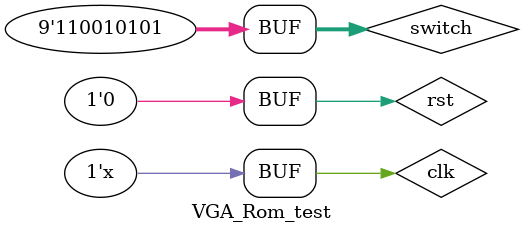
<source format=sv>
`timescale 1 ps / 1 ps 
module VGA_Rom_test();
	logic [31:0] imageOut;
	logic [15:0] imageAddress;
	logic clk, rst,Hsync,Vsync, VgaClk;
	logic [7:0] r,b,g;	
	logic [8:0]switch;
	/*
	VGA_Controller myVGA(clk,rst,imageOut[7:0],imageAddress,Hsync,Vsync,r,g,b,VgaClk);
	cpu mycpuModule(.clk(clk),.rst(rst),.switch(switch),.GPUAddress(imageAddress),.GPUData(imageOut));
	*/
	topModel mydecripto(clk,switch,Hsync,Vsync,r,g,b,VgaClk);
	initial begin
		clk=0;
		switch= 9'b111010101;
		#10;
		switch= 9'b110010101;
		rst=0;
		#1000;
	end
	always begin 
		#10;
		clk=!clk;
	end
endmodule 
</source>
